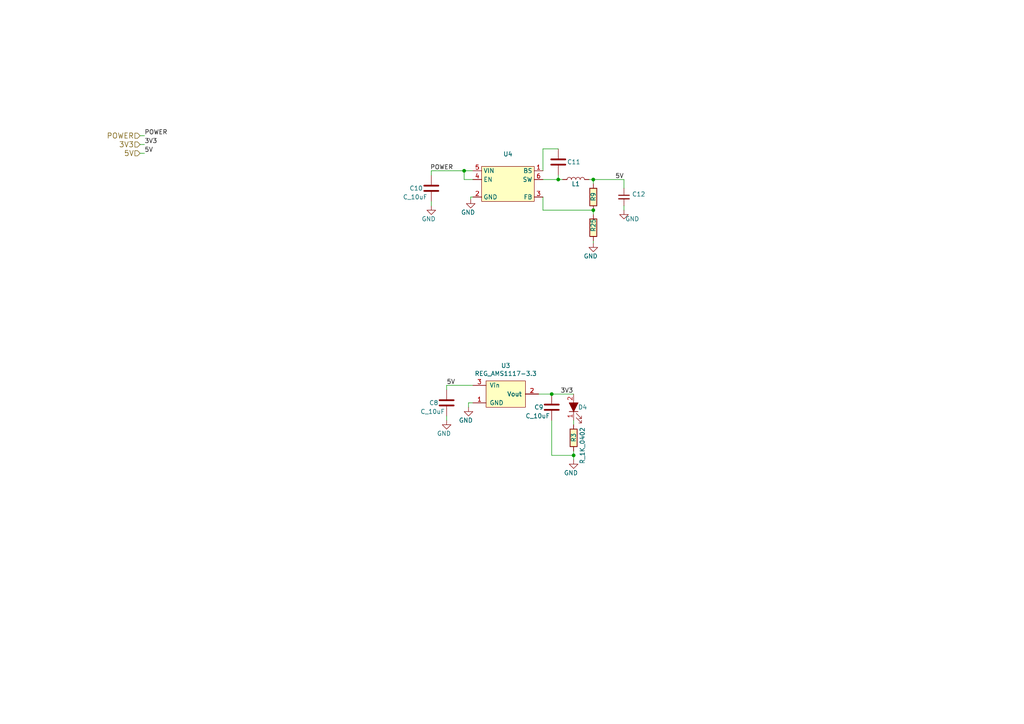
<source format=kicad_sch>
(kicad_sch (version 20211123) (generator eeschema)
  (paper "A4")
  (lib_symbols
    (symbol "Open Automation:C_22nF" (pin_numbers hide) (pin_names (offset 0.254))
      (property "Reference" "C?" (at 2.54 0 0))
      (property "Value" "C_22nF" (at 1.27 -2.54 0))
      (symbol "C_22nF_0_1"
        (polyline (pts (xy -2.032 -0.762) (xy 2.032 -0.762)) (stroke (width 0.508)))
        (polyline (pts (xy -2.032 0.762) (xy 2.032 0.762)) (stroke (width 0.508)))
      )
      (symbol "C_22nF_1_1"
        (pin passive line (at 0 3.81 270) (length 2.794) (name "~") (number "1"))
        (pin passive line (at 0 -3.81 90) (length 2.794) (name "~") (number "2"))
      )
    )
    (symbol "Open Automation:C_22uF" (pin_numbers hide) (pin_names (offset 0.254) hide)
      (property "Reference" "C" (at 0.254 1.778 0))
      (property "Value" "C_22uF" (at 0.254 -2.032 0))
      (symbol "C_22uF_0_1"
        (polyline (pts (xy -1.524 -0.508) (xy 1.524 -0.508)) (stroke (width 0.3302)))
        (polyline (pts (xy -1.524 0.508) (xy 1.524 0.508)) (stroke (width 0.3048)))
      )
      (symbol "C_22uF_1_1"
        (pin passive line (at 0 2.54 270) (length 1.905) (name "~") (number "1"))
        (pin passive line (at 0 -2.54 90) (length 2.032) (name "~") (number "2"))
      )
    )
    (symbol "Open Automation:L_10uH" (pin_numbers hide) (pin_names (offset 1.016) hide)
      (property "Reference" "L?" (at 1.27 -1.27 0))
      (property "Value" "L_10uH" (at 1.27 -3.81 0))
      (symbol "L_10uH_0_1"
        (arc (start 0 0) (mid -0.635 0.635) (end -1.27 0))
        (arc (start 1.27 0) (mid 0.635 0.635) (end 0 0))
        (arc (start 2.54 0) (mid 1.905 0.635) (end 1.27 0))
        (arc (start 3.81 0) (mid 3.175 0.635) (end 2.54 0))
      )
      (symbol "L_10uH_1_1"
        (pin passive line (at -2.54 0 0) (length 1.27) (name "1") (number "1"))
        (pin passive line (at 5.08 0 180) (length 1.27) (name "2") (number "2"))
      )
    )
    (symbol "Open Automation:REG_MT2492"
      (property "Reference" "U4" (at 0 12.4628 0))
      (property "Value" "REG_MT2492" (at 0 9.9259 0))
      (symbol "REG_MT2492_0_1"
        (rectangle (start -7.62 8.89) (end 7.62 -1.27) (fill (type background)))
      )
      (symbol "REG_MT2492_1_1"
        (pin input line (at 10.16 7.62 180) (length 2.54) (name "BS") (number "1"))
        (pin power_in line (at -10.16 0 0) (length 2.54) (name "GND") (number "2"))
        (pin input line (at 10.16 0 180) (length 2.54) (name "FB") (number "3"))
        (pin input line (at -10.16 5.08 0) (length 2.54) (name "EN") (number "4"))
        (pin power_in line (at -10.16 7.62 0) (length 2.54) (name "VIN") (number "5"))
        (pin power_out line (at 10.16 5.08 180) (length 2.54) (name "SW") (number "6"))
      )
    )
    (symbol "Open Automation:R_19K" (pin_numbers hide) (pin_names (offset 0))
      (property "Reference" "R?" (at 0 -0.635 90))
      (property "Value" "R_19K" (at 1.778 -1.7022 0))
      (symbol "R_19K_0_1"
        (rectangle (start -1.016 -2.54) (end 1.016 2.54) (stroke (width 0.254)) (fill (type background)))
      )
      (symbol "R_19K_1_1"
        (pin passive line (at 0 3.81 270) (length 1.27) (name "~") (number "1"))
        (pin passive line (at 0 -3.81 90) (length 1.27) (name "~") (number "2"))
      )
    )
    (symbol "Open Automation:R_49.9K" (pin_numbers hide) (pin_names (offset 0))
      (property "Reference" "R" (at 0 0 90))
      (property "Value" "R_49.9K" (at -1.905 0 90))
      (symbol "R_49.9K_0_1"
        (rectangle (start -1.016 -2.54) (end 1.016 2.54) (stroke (width 0.254)) (fill (type background)))
      )
      (symbol "R_49.9K_1_1"
        (pin passive line (at 0 3.81 270) (length 1.27) (name "~") (number "1"))
        (pin passive line (at 0 -3.81 90) (length 1.27) (name "~") (number "2"))
      )
    )
    (symbol "Open_Automation:C_10uF" (pin_numbers hide) (pin_names (offset 0.254))
      (property "Reference" "C" (at 0.635 2.54 0))
      (property "Value" "Open_Automation_C_10uF" (at 1.27 -2.54 0))
      (symbol "C_10uF_0_1"
        (polyline (pts (xy -2.032 -0.762) (xy 2.032 -0.762)) (stroke (width 0.508)))
        (polyline (pts (xy -2.032 0.762) (xy 2.032 0.762)) (stroke (width 0.508)))
      )
      (symbol "C_10uF_1_1"
        (pin passive line (at 0 3.81 270) (length 2.794) (name "~") (number "1"))
        (pin passive line (at 0 -3.81 90) (length 2.794) (name "~") (number "2"))
      )
    )
    (symbol "Open_Automation:LED_G" (pin_names (offset 1.016) hide)
      (property "Reference" "D" (at 0 2.54 0))
      (property "Value" "Open_Automation_LED_G" (at 0 -2.54 0))
      (symbol "LED_G_0_1"
        (polyline (pts (xy -1.27 -1.27) (xy -1.27 1.27)) (stroke (width 0.2032)))
        (polyline (pts (xy 1.27 -1.27) (xy 1.27 1.27) (xy -1.27 0) (xy 1.27 -1.27)) (stroke (width 0.2032)) (fill (type outline)))
        (polyline (pts (xy -3.048 -0.762) (xy -4.572 -2.286) (xy -3.81 -2.286) (xy -4.572 -2.286) (xy -4.572 -1.524)))
        (polyline (pts (xy -1.778 -0.762) (xy -3.302 -2.286) (xy -2.54 -2.286) (xy -3.302 -2.286) (xy -3.302 -1.524)))
      )
      (symbol "LED_G_1_1"
        (pin passive line (at -3.81 0 0) (length 2.54) (name "K") (number "1"))
        (pin passive line (at 3.81 0 180) (length 2.54) (name "A") (number "2"))
      )
    )
    (symbol "Open_Automation:REG_AMS1117-3.3" (pin_names (offset 1.016))
      (property "Reference" "U1" (at 3.175 -5.08 0))
      (property "Value" "Open_Automation_REG_AMS1117-3.3" (at 0 6.35 0))
      (symbol "REG_AMS1117-3.3_0_1"
        (rectangle (start -6.35 3.81) (end 5.08 -3.81) (fill (type background)))
      )
      (symbol "REG_AMS1117-3.3_1_1"
        (pin open_collector line (at -10.16 -2.54 0) (length 3.81) (name "GND") (number "1"))
        (pin input line (at 8.89 0 180) (length 3.81) (name "Vout") (number "2"))
        (pin input line (at 8.89 0 180) (length 3.81) (name "Vout") (number "2"))
        (pin power_in line (at -10.16 2.54 0) (length 3.81) (name "Vin") (number "3"))
      )
    )
    (symbol "Open_Automation:R_1K_0402" (pin_numbers hide) (pin_names (offset 0))
      (property "Reference" "R" (at 0 0 90))
      (property "Value" "Open_Automation_R_1K_0402" (at -1.905 0 90))
      (symbol "R_1K_0402_0_1"
        (rectangle (start -1.016 -2.54) (end 1.016 2.54) (stroke (width 0.254)) (fill (type background)))
      )
      (symbol "R_1K_0402_1_1"
        (pin passive line (at 0 3.81 270) (length 1.27) (name "~") (number "1"))
        (pin passive line (at 0 -3.81 90) (length 1.27) (name "~") (number "2"))
      )
    )
    (symbol "power:GND" (power) (pin_names (offset 0))
      (property "Value" "power_GND" (at 0 -3.81 0))
      (symbol "GND_0_1"
        (polyline (pts (xy 0 0) (xy 0 -1.27) (xy 1.27 -1.27) (xy 0 -2.54) (xy -1.27 -1.27) (xy 0 -1.27)))
      )
      (symbol "GND_1_1"
        (pin power_in line (at 0 0 270) (length 0) hide (name "GND") (number "1"))
      )
    )
  )
  (junction (at 134.62 49.53))
  (junction (at 166.37 132.08))
  (junction (at 172.085 60.96))
  (junction (at 161.925 52.07))
  (junction (at 160.02 114.3))
  (junction (at 172.085 52.07))
  (wire (pts (xy 136.525 57.15) (xy 137.16 57.15)))
  (wire (pts (xy 129.54 121.92) (xy 129.54 120.65)))
  (wire (pts (xy 161.925 52.07) (xy 163.195 52.07)))
  (wire (pts (xy 180.975 54.61) (xy 180.975 52.07)))
  (wire (pts (xy 170.815 52.07) (xy 172.085 52.07)))
  (wire (pts (xy 172.085 52.07) (xy 180.975 52.07)))
  (wire (pts (xy 172.085 52.07) (xy 172.085 53.34)))
  (wire (pts (xy 129.54 113.03) (xy 129.54 111.76)))
  (wire (pts (xy 134.62 49.53) (xy 137.16 49.53)))
  (wire (pts (xy 166.37 123.19) (xy 166.37 121.92)))
  (wire (pts (xy 172.085 60.96) (xy 172.085 62.23)))
  (wire (pts (xy 166.37 130.81) (xy 166.37 132.08)))
  (wire (pts (xy 40.64 41.91) (xy 41.91 41.91)))
  (wire (pts (xy 125.095 58.42) (xy 125.095 59.69)))
  (wire (pts (xy 161.925 50.8) (xy 161.925 52.07)))
  (wire (pts (xy 166.37 132.08) (xy 160.02 132.08)))
  (wire (pts (xy 129.54 111.76) (xy 137.16 111.76)))
  (wire (pts (xy 160.02 114.3) (xy 166.37 114.3)))
  (wire (pts (xy 157.48 43.18) (xy 161.925 43.18)))
  (wire (pts (xy 135.89 118.11) (xy 135.89 116.84)))
  (wire (pts (xy 40.64 39.37) (xy 41.91 39.37)))
  (wire (pts (xy 157.48 60.96) (xy 157.48 57.15)))
  (wire (pts (xy 161.925 52.07) (xy 157.48 52.07)))
  (wire (pts (xy 166.37 132.08) (xy 166.37 133.35)))
  (wire (pts (xy 137.16 52.07) (xy 134.62 52.07)))
  (wire (pts (xy 136.525 57.785) (xy 136.525 57.15)))
  (wire (pts (xy 134.62 52.07) (xy 134.62 49.53)))
  (wire (pts (xy 156.21 114.3) (xy 160.02 114.3)))
  (wire (pts (xy 125.095 49.53) (xy 134.62 49.53)))
  (wire (pts (xy 172.085 60.96) (xy 157.48 60.96)))
  (wire (pts (xy 40.64 44.45) (xy 41.91 44.45)))
  (wire (pts (xy 172.085 69.85) (xy 172.085 70.485)))
  (wire (pts (xy 160.02 132.08) (xy 160.02 121.92)))
  (wire (pts (xy 125.095 50.8) (xy 125.095 49.53)))
  (wire (pts (xy 180.975 59.69) (xy 180.975 60.96)))
  (wire (pts (xy 135.89 116.84) (xy 137.16 116.84)))
  (wire (pts (xy 157.48 49.53) (xy 157.48 43.18)))
  (label "3V3" (at 41.91 41.91 0))
  (label "3V3" (at 162.56 114.3 0))
  (label "POWER" (at 131.445 49.53 180))
  (label "5V" (at 41.91 44.45 0))
  (label "5V" (at 178.435 52.07 0))
  (label "POWER" (at 41.91 39.37 0))
  (label "5V" (at 129.54 111.76 0))
  (hierarchical_label "3V3" (shape input) (at 40.64 41.91 180) (effects (font (size 1.524 1.524))))
  (hierarchical_label "POWER" (shape input) (at 40.64 39.37 180) (effects (font (size 1.524 1.524))))
  (hierarchical_label "5V" (shape input) (at 40.64 44.45 180) (effects (font (size 1.524 1.524))))
  (symbol (lib_id "power:GND") (at 129.54 121.92 0) (unit 1)
    (property "Reference" "#PWR013" (effects hide))
    (property "Value" "GND" (at 130.81 125.73 0) (effects (justify right)))
  )
  (symbol (lib_id "power:GND") (at 135.89 118.11 0) (unit 1)
    (property "Reference" "#PWR014" (effects hide))
    (property "Value" "GND" (at 137.16 121.92 0) (effects (justify right)))
  )
  (symbol (lib_id "Open_Automation:C_10uF") (at 160.02 118.11 0) (unit 1)
    (property "Reference" "C9" (at 154.94 118.11 0) (effects (justify left)))
    (property "Value" "C_10uF" (at 152.4 120.65 0) (effects (justify left)))
    (property "Footprint" "Capacitor_SMD:C_0805_2012Metric_Pad1.18x1.45mm_HandSolder" (effects hide))
    (property "Datasheet" "https://datasheet.lcsc.com/szlcsc/Samsung-Electro-Mechanics-CL21A106KAYNNNE_C15850.pdf" (effects hide))
    (property "Part Number" "CL21A106KAYNNNE" (effects hide))
    (property "LCSC" "C15850" (effects hide))
  )
  (symbol (lib_id "power:GND") (at 166.37 133.35 0) (unit 1)
    (property "Reference" "#PWR015" (effects hide))
    (property "Value" "GND" (at 167.64 137.16 0) (effects (justify right)))
  )
  (symbol (lib_id "Open_Automation:C_10uF") (at 129.54 116.84 0) (unit 1)
    (property "Reference" "C8" (at 124.46 116.84 0) (effects (justify left)))
    (property "Value" "C_10uF" (at 121.92 119.38 0) (effects (justify left)))
    (property "Footprint" "Capacitor_SMD:C_0805_2012Metric_Pad1.18x1.45mm_HandSolder" (effects hide))
    (property "Datasheet" "https://datasheet.lcsc.com/szlcsc/Samsung-Electro-Mechanics-CL21A106KAYNNNE_C15850.pdf" (effects hide))
    (property "Part Number" "CL21A106KAYNNNE" (effects hide))
    (property "LCSC" "C15850" (effects hide))
  )
  (symbol (lib_id "Open_Automation:REG_AMS1117-3.3") (at 147.32 114.3 0) (unit 1)
    (property "Reference" "U3" (at 146.685 106.045 0))
    (property "Value" "REG_AMS1117-3.3" (at 146.685 108.3564 0))
    (property "Footprint" "Package_TO_SOT_SMD:SOT-223-3_TabPin2" (effects hide))
    (property "Datasheet" "https://datasheet.lcsc.com/szlcsc/1811201117_Advanced-Monolithic-Systems-AMS-AMS1117-3-3_C6186.pdf" (effects hide))
    (property "Part Number" "AMS1117-3.3" (effects hide))
    (property "LCSC" "C347222" (effects hide))
  )
  (symbol (lib_id "Open_Automation:LED_G") (at 166.37 118.11 90) (unit 1)
    (property "Reference" "D4" (at 167.64 118.11 90) (effects (justify right)))
    (property "Value" "LED_G" (effects hide))
    (property "Footprint" "LED_SMD:LED_0603_1608Metric_Pad1.05x0.95mm_HandSolder" (effects hide))
    (property "Datasheet" "https://datasheet.lcsc.com/szlcsc/Everlight-Elec-19-217-BHC-ZL1M2RY-3T_C72041.pdf" (effects hide))
    (property "Part Number" "19-217/BHC-ZL1M2RY/3T" (effects hide))
    (property "LCSC" "C72041" (effects hide))
  )
  (symbol (lib_id "Open_Automation:R_1K_0402") (at 166.37 127 0) (unit 1)
    (property "Reference" "R3" (at 166.37 128.27 90) (effects (justify left)))
    (property "Value" "R_1K_0402" (at 168.91 134.62 90) (effects (justify left)))
    (property "Footprint" "Resistor_SMD:R_0402_1005Metric_Pad0.72x0.64mm_HandSolder" (effects hide))
    (property "Datasheet" "https://www.digikey.com/product-detail/en/panasonic-electronic-components/ERJ-3GEYJ102V/P1.0KGDKR-ND/577615" (effects hide))
    (property "Part Number" "0402WGF1001TCE" (effects hide))
    (property "LCSC" "C11702" (effects hide))
  )
  (symbol (lib_id "Open Automation:L_10uH") (at 165.735 52.07 0) (unit 1)
    (property "Reference" "L1" (at 167.005 53.34 0))
    (property "Datasheet" "https://datasheet.lcsc.com/lcsc/2110091730_Sunlord-WPN4020H100MT_C98364.pdf" (effects hide))
    (property "Part Number" "WPN4020H100MT" (effects hide))
    (property "LCSC" "C98364" (effects hide))
  )
  (symbol (lib_id "Open Automation:REG_MT2492") (at 147.32 57.15 0) (unit 1)
    (property "Reference" "U4" (at 147.32 44.6872 0))
    (property "Datasheet" "https://datasheet.lcsc.com/lcsc/1808272040_Texas-Instruments-TPS54331DR_C9865.pdf" (effects hide))
  )
  (symbol (lib_id "Open Automation:C_22uF") (at 180.975 57.15 0) (unit 1)
    (property "Reference" "C12" (at 183.2991 56.3216 0) (effects (justify left)))
    (property "Datasheet" "https://datasheet.lcsc.com/szlcsc/Samsung-Electro-Mechanics-CL10A226MQ8NRNC_C59461.pdf" (effects hide))
    (property "Part Number" "CL10A226MQ8NRNC" (effects hide))
    (property "LCSC" "C59461" (effects hide))
  )
  (symbol (lib_id "power:GND") (at 180.975 60.96 0) (unit 1)
    (property "Reference" "#PWR028" (effects hide))
    (property "Value" "GND" (at 185.42 63.5 0) (effects (justify right)))
  )
  (symbol (lib_id "Open Automation:R_19K") (at 172.085 66.04 0) (unit 1)
    (property "Reference" "R25" (at 172.085 67.31 90) (effects (justify left)))
    (property "Datasheet" "https://datasheet.lcsc.com/lcsc/2206010000_UNI-ROYAL-Uniroyal-Elec-0402WGF1912TCE_C52036.pdf" (effects hide))
    (property "Part Number" "0402WGF1912TCE" (effects hide))
    (property "LCSC" "C52036" (effects hide))
  )
  (symbol (lib_id "power:GND") (at 172.085 70.485 0) (unit 1)
    (property "Reference" "#PWR027" (effects hide))
    (property "Value" "GND" (at 173.355 74.295 0) (effects (justify right)))
  )
  (symbol (lib_id "Open Automation:C_22nF") (at 161.925 46.99 0) (unit 1)
    (property "Reference" "C11" (at 164.465 46.99 0) (effects (justify left)))
    (property "Datasheet" "https://datasheet.lcsc.com/lcsc/1811141710_FH-Guangdong-Fenghua-Advanced-Tech-0402B223K500NT_C1532.pdf" (effects hide))
    (property "LCSC" "C1532" (effects hide))
    (property "Part Number" "0402B223K500NT" (effects hide))
  )
  (symbol (lib_id "Open Automation:R_49.9K") (at 172.085 57.15 0) (unit 1)
    (property "Reference" "R9" (at 172.085 58.42 90) (effects (justify left)))
    (property "Datasheet" "https://datasheet.lcsc.com/szlcsc/Uniroyal-Elec-0603WAF4992T5E_C23184.pdf" (effects hide))
    (property "Part Number" "0603WAF4992T5E" (effects hide))
    (property "LCSC" "C23184" (effects hide))
  )
  (symbol (lib_id "power:GND") (at 125.095 59.69 0) (unit 1)
    (property "Reference" "#PWR05" (effects hide))
    (property "Value" "GND" (at 126.365 63.5 0) (effects (justify right)))
  )
  (symbol (lib_id "Open_Automation:C_10uF") (at 125.095 54.61 0) (unit 1)
    (property "Reference" "C10" (at 118.745 54.61 0) (effects (justify left)))
    (property "Value" "C_10uF" (at 116.84 57.15 0) (effects (justify left)))
    (property "Footprint" "Capacitor_SMD:C_0805_2012Metric_Pad1.18x1.45mm_HandSolder" (effects hide))
    (property "Datasheet" "https://datasheet.lcsc.com/szlcsc/Samsung-Electro-Mechanics-CL21A106KAYNNNE_C15850.pdf" (effects hide))
    (property "Part Number" "CL21A106KAYNNNE" (effects hide))
    (property "LCSC" "C15850" (effects hide))
  )
  (symbol (lib_id "power:GND") (at 136.525 57.785 0) (unit 1)
    (property "Reference" "#PWR026" (effects hide))
    (property "Value" "GND" (at 137.795 61.595 0) (effects (justify right)))
  )
)
</source>
